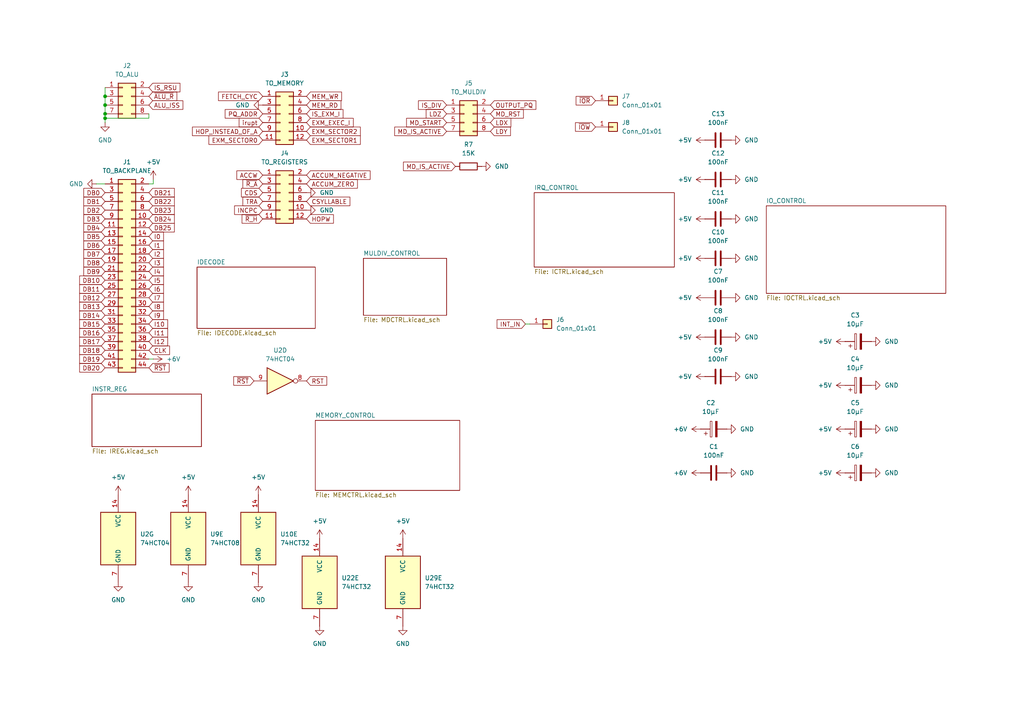
<source format=kicad_sch>
(kicad_sch (version 20250114) (generator "eeschema") (generator_version "9.0")
  (paper "A4")
  (lib_symbols
    (symbol "74xx:74HC04"
      (property "Reference" "U" (at 0 1.27 0))
      (property "Value" "74HC04" (at 0 -1.27 0))
      (symbol "74HC04_1_0"
        (pin input line (at -7.62 0 0) (length 3.81) (name "~") (number "1"))
        (pin output inverted (at 7.62 0 180) (length 3.81) (name "~") (number "2"))
      )
      (symbol "74HC04_2_0"
        (pin input line (at -7.62 0 0) (length 3.81) (name "~") (number "3"))
        (pin output inverted (at 7.62 0 180) (length 3.81) (name "~") (number "4"))
      )
      (symbol "74HC04_3_0"
        (pin input line (at -7.62 0 0) (length 3.81) (name "~") (number "5"))
        (pin output inverted (at 7.62 0 180) (length 3.81) (name "~") (number "6"))
      )
      (symbol "74HC04_4_0"
        (pin input line (at -7.62 0 0) (length 3.81) (name "~") (number "9"))
        (pin output inverted (at 7.62 0 180) (length 3.81) (name "~") (number "8"))
      )
      (symbol "74HC04_5_0"
        (pin input line (at -7.62 0 0) (length 3.81) (name "~") (number "11"))
        (pin output inverted (at 7.62 0 180) (length 3.81) (name "~") (number "10"))
      )
      (symbol "74HC04_6_0"
        (pin input line (at -7.62 0 0) (length 3.81) (name "~") (number "13"))
        (pin output inverted (at 7.62 0 180) (length 3.81) (name "~") (number "12"))
      )
      (symbol "74HC04_7_0"
        (pin power_in line (at 0 12.7 270) (length 5.08) (name "VCC") (number "14"))
        (pin power_in line (at 0 -12.7 90) (length 5.08) (name "GND") (number "7"))
      )
    )
    (symbol "74xx:74LS08" (pin_names (offset 1.016))
      (property "Reference" "U" (at 0 1.27 0))
      (property "Value" "74LS08" (at 0 -1.27 0))
      (symbol "74LS08_1_1"
        (pin input line (at -7.62 2.54 0) (length 3.81) (name "~") (number "1"))
        (pin input line (at -7.62 -2.54 0) (length 3.81) (name "~") (number "2"))
        (pin output line (at 7.62 0 180) (length 3.81) (name "~") (number "3"))
      )
      (symbol "74LS08_1_2"
        (pin input inverted (at -7.62 2.54 0) (length 4.318) (name "~") (number "1"))
        (pin input inverted (at -7.62 -2.54 0) (length 4.318) (name "~") (number "2"))
        (pin output inverted (at 7.62 0 180) (length 3.81) (name "~") (number "3"))
      )
      (symbol "74LS08_2_1"
        (pin input line (at -7.62 2.54 0) (length 3.81) (name "~") (number "4"))
        (pin input line (at -7.62 -2.54 0) (length 3.81) (name "~") (number "5"))
        (pin output line (at 7.62 0 180) (length 3.81) (name "~") (number "6"))
      )
      (symbol "74LS08_2_2"
        (pin input inverted (at -7.62 2.54 0) (length 4.318) (name "~") (number "4"))
        (pin input inverted (at -7.62 -2.54 0) (length 4.318) (name "~") (number "5"))
        (pin output inverted (at 7.62 0 180) (length 3.81) (name "~") (number "6"))
      )
      (symbol "74LS08_3_1"
        (pin input line (at -7.62 2.54 0) (length 3.81) (name "~") (number "9"))
        (pin input line (at -7.62 -2.54 0) (length 3.81) (name "~") (number "10"))
        (pin output line (at 7.62 0 180) (length 3.81) (name "~") (number "8"))
      )
      (symbol "74LS08_3_2"
        (pin input inverted (at -7.62 2.54 0) (length 4.318) (name "~") (number "9"))
        (pin input inverted (at -7.62 -2.54 0) (length 4.318) (name "~") (number "10"))
        (pin output inverted (at 7.62 0 180) (length 3.81) (name "~") (number "8"))
      )
      (symbol "74LS08_4_1"
        (pin input line (at -7.62 2.54 0) (length 3.81) (name "~") (number "12"))
        (pin input line (at -7.62 -2.54 0) (length 3.81) (name "~") (number "13"))
        (pin output line (at 7.62 0 180) (length 3.81) (name "~") (number "11"))
      )
      (symbol "74LS08_4_2"
        (pin input inverted (at -7.62 2.54 0) (length 4.318) (name "~") (number "12"))
        (pin input inverted (at -7.62 -2.54 0) (length 4.318) (name "~") (number "13"))
        (pin output inverted (at 7.62 0 180) (length 3.81) (name "~") (number "11"))
      )
      (symbol "74LS08_5_0"
        (pin power_in line (at 0 12.7 270) (length 5.08) (name "VCC") (number "14"))
        (pin power_in line (at 0 -12.7 90) (length 5.08) (name "GND") (number "7"))
      )
    )
    (symbol "74xx:74LS32" (pin_names (offset 1.016))
      (property "Reference" "U" (at 0 1.27 0))
      (property "Value" "74LS32" (at 0 -1.27 0))
      (symbol "74LS32_1_1"
        (pin input line (at -7.62 2.54 0) (length 4.318) (name "~") (number "1"))
        (pin input line (at -7.62 -2.54 0) (length 4.318) (name "~") (number "2"))
        (pin output line (at 7.62 0 180) (length 3.81) (name "~") (number "3"))
      )
      (symbol "74LS32_1_2"
        (pin input inverted (at -7.62 2.54 0) (length 3.81) (name "~") (number "1"))
        (pin input inverted (at -7.62 -2.54 0) (length 3.81) (name "~") (number "2"))
        (pin output inverted (at 7.62 0 180) (length 3.81) (name "~") (number "3"))
      )
      (symbol "74LS32_2_1"
        (pin input line (at -7.62 2.54 0) (length 4.318) (name "~") (number "4"))
        (pin input line (at -7.62 -2.54 0) (length 4.318) (name "~") (number "5"))
        (pin output line (at 7.62 0 180) (length 3.81) (name "~") (number "6"))
      )
      (symbol "74LS32_2_2"
        (pin input inverted (at -7.62 2.54 0) (length 3.81) (name "~") (number "4"))
        (pin input inverted (at -7.62 -2.54 0) (length 3.81) (name "~") (number "5"))
        (pin output inverted (at 7.62 0 180) (length 3.81) (name "~") (number "6"))
      )
      (symbol "74LS32_3_1"
        (pin input line (at -7.62 2.54 0) (length 4.318) (name "~") (number "9"))
        (pin input line (at -7.62 -2.54 0) (length 4.318) (name "~") (number "10"))
        (pin output line (at 7.62 0 180) (length 3.81) (name "~") (number "8"))
      )
      (symbol "74LS32_3_2"
        (pin input inverted (at -7.62 2.54 0) (length 3.81) (name "~") (number "9"))
        (pin input inverted (at -7.62 -2.54 0) (length 3.81) (name "~") (number "10"))
        (pin output inverted (at 7.62 0 180) (length 3.81) (name "~") (number "8"))
      )
      (symbol "74LS32_4_1"
        (pin input line (at -7.62 2.54 0) (length 4.318) (name "~") (number "12"))
        (pin input line (at -7.62 -2.54 0) (length 4.318) (name "~") (number "13"))
        (pin output line (at 7.62 0 180) (length 3.81) (name "~") (number "11"))
      )
      (symbol "74LS32_4_2"
        (pin input inverted (at -7.62 2.54 0) (length 3.81) (name "~") (number "12"))
        (pin input inverted (at -7.62 -2.54 0) (length 3.81) (name "~") (number "13"))
        (pin output inverted (at 7.62 0 180) (length 3.81) (name "~") (number "11"))
      )
      (symbol "74LS32_5_0"
        (pin power_in line (at 0 12.7 270) (length 5.08) (name "VCC") (number "14"))
        (pin power_in line (at 0 -12.7 90) (length 5.08) (name "GND") (number "7"))
      )
    )
    (symbol "Connector_Generic:Conn_01x01" (pin_names (offset 1.016) (hide yes))
      (property "Reference" "J" (at 0 2.54 0))
      (property "Value" "Conn_01x01" (at 0 -2.54 0))
      (symbol "Conn_01x01_1_1"
        (pin passive line (at -5.08 0 0) (length 3.81) (name "Pin_1") (number "1"))
      )
    )
    (symbol "Connector_Generic:Conn_02x04_Odd_Even" (pin_names (offset 1.016) (hide yes))
      (property "Reference" "J" (at 1.27 5.08 0))
      (property "Value" "Conn_02x04_Odd_Even" (at 1.27 -7.62 0))
      (symbol "Conn_02x04_Odd_Even_1_1"
        (pin passive line (at -5.08 2.54 0) (length 3.81) (name "Pin_1") (number "1"))
        (pin passive line (at -5.08 0 0) (length 3.81) (name "Pin_3") (number "3"))
        (pin passive line (at -5.08 -2.54 0) (length 3.81) (name "Pin_5") (number "5"))
        (pin passive line (at -5.08 -5.08 0) (length 3.81) (name "Pin_7") (number "7"))
        (pin passive line (at 7.62 2.54 180) (length 3.81) (name "Pin_2") (number "2"))
        (pin passive line (at 7.62 0 180) (length 3.81) (name "Pin_4") (number "4"))
        (pin passive line (at 7.62 -2.54 180) (length 3.81) (name "Pin_6") (number "6"))
        (pin passive line (at 7.62 -5.08 180) (length 3.81) (name "Pin_8") (number "8"))
      )
    )
    (symbol "Connector_Generic:Conn_02x06_Odd_Even" (pin_names (offset 1.016) (hide yes))
      (property "Reference" "J" (at 1.27 7.62 0))
      (property "Value" "Conn_02x06_Odd_Even" (at 1.27 -10.16 0))
      (symbol "Conn_02x06_Odd_Even_1_1"
        (pin passive line (at -5.08 5.08 0) (length 3.81) (name "Pin_1") (number "1"))
        (pin passive line (at -5.08 2.54 0) (length 3.81) (name "Pin_3") (number "3"))
        (pin passive line (at -5.08 0 0) (length 3.81) (name "Pin_5") (number "5"))
        (pin passive line (at -5.08 -2.54 0) (length 3.81) (name "Pin_7") (number "7"))
        (pin passive line (at -5.08 -5.08 0) (length 3.81) (name "Pin_9") (number "9"))
        (pin passive line (at -5.08 -7.62 0) (length 3.81) (name "Pin_11") (number "11"))
        (pin passive line (at 7.62 5.08 180) (length 3.81) (name "Pin_2") (number "2"))
        (pin passive line (at 7.62 2.54 180) (length 3.81) (name "Pin_4") (number "4"))
        (pin passive line (at 7.62 0 180) (length 3.81) (name "Pin_6") (number "6"))
        (pin passive line (at 7.62 -2.54 180) (length 3.81) (name "Pin_8") (number "8"))
        (pin passive line (at 7.62 -5.08 180) (length 3.81) (name "Pin_10") (number "10"))
        (pin passive line (at 7.62 -7.62 180) (length 3.81) (name "Pin_12") (number "12"))
      )
    )
    (symbol "Connector_Generic:Conn_02x22_Odd_Even" (pin_names (offset 1.016) (hide yes))
      (property "Reference" "J" (at 1.27 27.94 0))
      (property "Value" "Conn_02x22_Odd_Even" (at 1.27 -30.48 0))
      (symbol "Conn_02x22_Odd_Even_1_1"
        (pin passive line (at -5.08 25.4 0) (length 3.81) (name "Pin_1") (number "1"))
        (pin passive line (at -5.08 22.86 0) (length 3.81) (name "Pin_3") (number "3"))
        (pin passive line (at -5.08 20.32 0) (length 3.81) (name "Pin_5") (number "5"))
        (pin passive line (at -5.08 17.78 0) (length 3.81) (name "Pin_7") (number "7"))
        (pin passive line (at -5.08 15.24 0) (length 3.81) (name "Pin_9") (number "9"))
        (pin passive line (at -5.08 12.7 0) (length 3.81) (name "Pin_11") (number "11"))
        (pin passive line (at -5.08 10.16 0) (length 3.81) (name "Pin_13") (number "13"))
        (pin passive line (at -5.08 7.62 0) (length 3.81) (name "Pin_15") (number "15"))
        (pin passive line (at -5.08 5.08 0) (length 3.81) (name "Pin_17") (number "17"))
        (pin passive line (at -5.08 2.54 0) (length 3.81) (name "Pin_19") (number "19"))
        (pin passive line (at -5.08 0 0) (length 3.81) (name "Pin_21") (number "21"))
        (pin passive line (at -5.08 -2.54 0) (length 3.81) (name "Pin_23") (number "23"))
        (pin passive line (at -5.08 -5.08 0) (length 3.81) (name "Pin_25") (number "25"))
        (pin passive line (at -5.08 -7.62 0) (length 3.81) (name "Pin_27") (number "27"))
        (pin passive line (at -5.08 -10.16 0) (length 3.81) (name "Pin_29") (number "29"))
        (pin passive line (at -5.08 -12.7 0) (length 3.81) (name "Pin_31") (number "31"))
        (pin passive line (at -5.08 -15.24 0) (length 3.81) (name "Pin_33") (number "33"))
        (pin passive line (at -5.08 -17.78 0) (length 3.81) (name "Pin_35") (number "35"))
        (pin passive line (at -5.08 -20.32 0) (length 3.81) (name "Pin_37") (number "37"))
        (pin passive line (at -5.08 -22.86 0) (length 3.81) (name "Pin_39") (number "39"))
        (pin passive line (at -5.08 -25.4 0) (length 3.81) (name "Pin_41") (number "41"))
        (pin passive line (at -5.08 -27.94 0) (length 3.81) (name "Pin_43") (number "43"))
        (pin passive line (at 7.62 25.4 180) (length 3.81) (name "Pin_2") (number "2"))
        (pin passive line (at 7.62 22.86 180) (length 3.81) (name "Pin_4") (number "4"))
        (pin passive line (at 7.62 20.32 180) (length 3.81) (name "Pin_6") (number "6"))
        (pin passive line (at 7.62 17.78 180) (length 3.81) (name "Pin_8") (number "8"))
        (pin passive line (at 7.62 15.24 180) (length 3.81) (name "Pin_10") (number "10"))
        (pin passive line (at 7.62 12.7 180) (length 3.81) (name "Pin_12") (number "12"))
        (pin passive line (at 7.62 10.16 180) (length 3.81) (name "Pin_14") (number "14"))
        (pin passive line (at 7.62 7.62 180) (length 3.81) (name "Pin_16") (number "16"))
        (pin passive line (at 7.62 5.08 180) (length 3.81) (name "Pin_18") (number "18"))
        (pin passive line (at 7.62 2.54 180) (length 3.81) (name "Pin_20") (number "20"))
        (pin passive line (at 7.62 0 180) (length 3.81) (name "Pin_22") (number "22"))
        (pin passive line (at 7.62 -2.54 180) (length 3.81) (name "Pin_24") (number "24"))
        (pin passive line (at 7.62 -5.08 180) (length 3.81) (name "Pin_26") (number "26"))
        (pin passive line (at 7.62 -7.62 180) (length 3.81) (name "Pin_28") (number "28"))
        (pin passive line (at 7.62 -10.16 180) (length 3.81) (name "Pin_30") (number "30"))
        (pin passive line (at 7.62 -12.7 180) (length 3.81) (name "Pin_32") (number "32"))
        (pin passive line (at 7.62 -15.24 180) (length 3.81) (name "Pin_34") (number "34"))
        (pin passive line (at 7.62 -17.78 180) (length 3.81) (name "Pin_36") (number "36"))
        (pin passive line (at 7.62 -20.32 180) (length 3.81) (name "Pin_38") (number "38"))
        (pin passive line (at 7.62 -22.86 180) (length 3.81) (name "Pin_40") (number "40"))
        (pin passive line (at 7.62 -25.4 180) (length 3.81) (name "Pin_42") (number "42"))
        (pin passive line (at 7.62 -27.94 180) (length 3.81) (name "Pin_44") (number "44"))
      )
    )
    (symbol "Device:C" (pin_numbers (hide yes)) (pin_names (offset 0.254))
      (property "Reference" "C" (at 0.635 2.54 0))
      (property "Value" "C" (at 0.635 -2.54 0))
      (symbol "C_1_1"
        (pin passive line (at 0 3.81 270) (length 2.794) (name "~") (number "1"))
        (pin passive line (at 0 -3.81 90) (length 2.794) (name "~") (number "2"))
      )
    )
    (symbol "Device:C_Polarized" (pin_numbers (hide yes)) (pin_names (offset 0.254))
      (property "Reference" "C" (at 0.635 2.54 0))
      (property "Value" "C_Polarized" (at 0.635 -2.54 0))
      (symbol "C_Polarized_1_1"
        (pin passive line (at 0 3.81 270) (length 2.794) (name "~") (number "1"))
        (pin passive line (at 0 -3.81 90) (length 2.794) (name "~") (number "2"))
      )
    )
    (symbol "Device:R" (pin_numbers (hide yes)) (pin_names (offset 0))
      (property "Reference" "R" (at 2.032 0 90))
      (property "Value" "R" (at 0 0 90))
      (symbol "R_1_1"
        (pin passive line (at 0 3.81 270) (length 1.27) (name "~") (number "1"))
        (pin passive line (at 0 -3.81 90) (length 1.27) (name "~") (number "2"))
      )
    )
    (symbol "power:+5V" (power) (pin_numbers (hide yes)) (pin_names (offset 0) (hide yes))
      (property "Value" "+5V" (at 0 3.556 0))
      (symbol "+5V_1_1"
        (pin power_in line (at 0 0 90) (length 0) (name "~") (number "1"))
      )
    )
    (symbol "power:+6V" (power) (pin_numbers (hide yes)) (pin_names (offset 0) (hide yes))
      (property "Value" "+6V" (at 0 3.556 0))
      (symbol "+6V_1_1"
        (pin power_in line (at 0 0 90) (length 0) (name "~") (number "1"))
      )
    )
    (symbol "power:GND" (power) (pin_numbers (hide yes)) (pin_names (offset 0) (hide yes))
      (property "Value" "GND" (at 0 -3.81 0))
      (symbol "GND_1_1"
        (pin power_in line (at 0 0 270) (length 0) (name "~") (number "1"))
      )
    )
  )
  (junction (at 30.48 30.48))
  (junction (at 30.48 33.02))
  (junction (at 30.48 27.94))
  (junction (at 30.48 34.29))
  (wire (pts (xy 27.94 53.34) (xy 30.48 53.34)))
  (wire (pts (xy 43.18 34.29) (xy 30.48 34.29)))
  (wire (pts (xy 30.48 27.94) (xy 30.48 30.48)))
  (wire (pts (xy 30.48 25.4) (xy 30.48 27.94)))
  (wire (pts (xy 43.18 104.14) (xy 44.45 104.14)))
  (wire (pts (xy 30.48 34.29) (xy 30.48 35.56)))
  (wire (pts (xy 30.48 30.48) (xy 30.48 33.02)))
  (wire (pts (xy 30.48 33.02) (xy 30.48 34.29)))
  (wire (pts (xy 44.45 52.07) (xy 44.45 53.34)))
  (wire (pts (xy 43.18 33.02) (xy 43.18 34.29)))
  (wire (pts (xy 152.4 93.98) (xy 153.67 93.98)))
  (wire (pts (xy 44.45 53.34) (xy 43.18 53.34)))
  (global_label "IS_EXM_I" (shape input) (at 88.9 33.02 0) (property "Intersheetrefs" "${INTERSHEET_REFS}" (effects (hide yes))))
  (global_label "IS_RSU" (shape input) (at 43.18 25.4 0) (property "Intersheetrefs" "${INTERSHEET_REFS}" (effects (hide yes))))
  (global_label "MEM_RD" (shape input) (at 88.9 30.48 0) (property "Intersheetrefs" "${INTERSHEET_REFS}" (effects (hide yes))))
  (global_label "MD_IS_ACTIVE" (shape input) (at 129.54 38.1 180) (property "Intersheetrefs" "${INTERSHEET_REFS}" (effects (hide yes))))
  (global_label "EXM_SECTOR0" (shape input) (at 76.2 40.64 180) (property "Intersheetrefs" "${INTERSHEET_REFS}" (effects (hide yes))))
  (global_label "RST" (shape input) (at 88.9 110.49 0) (property "Intersheetrefs" "${INTERSHEET_REFS}" (effects (hide yes))))
  (global_label "I4" (shape input) (at 43.18 78.74 0) (property "Intersheetrefs" "${INTERSHEET_REFS}" (effects (hide yes))))
  (global_label "I2" (shape input) (at 43.18 73.66 0) (property "Intersheetrefs" "${INTERSHEET_REFS}" (effects (hide yes))))
  (global_label "DB11" (shape input) (at 30.48 83.82 180) (property "Intersheetrefs" "${INTERSHEET_REFS}" (effects (hide yes))))
  (global_label "~{R_A}" (shape input) (at 76.2 53.34 180) (property "Intersheetrefs" "${INTERSHEET_REFS}" (effects (hide yes))))
  (global_label "DB23" (shape input) (at 43.18 60.96 0) (property "Intersheetrefs" "${INTERSHEET_REFS}" (effects (hide yes))))
  (global_label "DB9" (shape input) (at 30.48 78.74 180) (property "Intersheetrefs" "${INTERSHEET_REFS}" (effects (hide yes))))
  (global_label "DB25" (shape input) (at 43.18 66.04 0) (property "Intersheetrefs" "${INTERSHEET_REFS}" (effects (hide yes))))
  (global_label "ACCW" (shape input) (at 76.2 50.8 180) (property "Intersheetrefs" "${INTERSHEET_REFS}" (effects (hide yes))))
  (global_label "I7" (shape input) (at 43.18 86.36 0) (property "Intersheetrefs" "${INTERSHEET_REFS}" (effects (hide yes))))
  (global_label "DB6" (shape input) (at 30.48 71.12 180) (property "Intersheetrefs" "${INTERSHEET_REFS}" (effects (hide yes))))
  (global_label "LDZ" (shape input) (at 129.54 33.02 180) (property "Intersheetrefs" "${INTERSHEET_REFS}" (effects (hide yes))))
  (global_label "~{RST}" (shape input) (at 73.66 110.49 180) (property "Intersheetrefs" "${INTERSHEET_REFS}" (effects (hide yes))))
  (global_label "EXM_SECTOR2" (shape input) (at 88.9 38.1 0) (property "Intersheetrefs" "${INTERSHEET_REFS}" (effects (hide yes))))
  (global_label "I8" (shape input) (at 43.18 88.9 0) (property "Intersheetrefs" "${INTERSHEET_REFS}" (effects (hide yes))))
  (global_label "DB1" (shape input) (at 30.48 58.42 180) (property "Intersheetrefs" "${INTERSHEET_REFS}" (effects (hide yes))))
  (global_label "I0" (shape input) (at 43.18 68.58 0) (property "Intersheetrefs" "${INTERSHEET_REFS}" (effects (hide yes))))
  (global_label "~{ALU_R}" (shape input) (at 43.18 27.94 0) (property "Intersheetrefs" "${INTERSHEET_REFS}" (effects (hide yes))))
  (global_label "ALU_ISS" (shape input) (at 43.18 30.48 0) (property "Intersheetrefs" "${INTERSHEET_REFS}" (effects (hide yes))))
  (global_label "DB8" (shape input) (at 30.48 76.2 180) (property "Intersheetrefs" "${INTERSHEET_REFS}" (effects (hide yes))))
  (global_label "irupt" (shape input) (at 76.2 35.56 180) (property "Intersheetrefs" "${INTERSHEET_REFS}" (effects (hide yes))))
  (global_label "OUTPUT_PQ" (shape input) (at 142.24 30.48 0) (property "Intersheetrefs" "${INTERSHEET_REFS}" (effects (hide yes))))
  (global_label "~{R_H}" (shape input) (at 76.2 63.5 180) (property "Intersheetrefs" "${INTERSHEET_REFS}" (effects (hide yes))))
  (global_label "DB10" (shape input) (at 30.48 81.28 180) (property "Intersheetrefs" "${INTERSHEET_REFS}" (effects (hide yes))))
  (global_label "DB22" (shape input) (at 43.18 58.42 0) (property "Intersheetrefs" "${INTERSHEET_REFS}" (effects (hide yes))))
  (global_label "I11" (shape input) (at 43.18 96.52 0) (property "Intersheetrefs" "${INTERSHEET_REFS}" (effects (hide yes))))
  (global_label "DB19" (shape input) (at 30.48 104.14 180) (property "Intersheetrefs" "${INTERSHEET_REFS}" (effects (hide yes))))
  (global_label "I3" (shape input) (at 43.18 76.2 0) (property "Intersheetrefs" "${INTERSHEET_REFS}" (effects (hide yes))))
  (global_label "MD_START" (shape input) (at 129.54 35.56 180) (property "Intersheetrefs" "${INTERSHEET_REFS}" (effects (hide yes))))
  (global_label "TRA" (shape input) (at 76.2 58.42 180) (property "Intersheetrefs" "${INTERSHEET_REFS}" (effects (hide yes))))
  (global_label "MD_IS_ACTIVE" (shape input) (at 132.08 48.26 180) (property "Intersheetrefs" "${INTERSHEET_REFS}" (effects (hide yes))))
  (global_label "DB20" (shape input) (at 30.48 106.68 180) (property "Intersheetrefs" "${INTERSHEET_REFS}" (effects (hide yes))))
  (global_label "DB12" (shape input) (at 30.48 86.36 180) (property "Intersheetrefs" "${INTERSHEET_REFS}" (effects (hide yes))))
  (global_label "~{RST}" (shape input) (at 43.18 106.68 0) (property "Intersheetrefs" "${INTERSHEET_REFS}" (effects (hide yes))))
  (global_label "I10" (shape input) (at 43.18 93.98 0) (property "Intersheetrefs" "${INTERSHEET_REFS}" (effects (hide yes))))
  (global_label "DB4" (shape input) (at 30.48 66.04 180) (property "Intersheetrefs" "${INTERSHEET_REFS}" (effects (hide yes))))
  (global_label "ACCUM_NEGATIVE" (shape input) (at 88.9 50.8 0) (property "Intersheetrefs" "${INTERSHEET_REFS}" (effects (hide yes))))
  (global_label "DB5" (shape input) (at 30.48 68.58 180) (property "Intersheetrefs" "${INTERSHEET_REFS}" (effects (hide yes))))
  (global_label "LDY" (shape input) (at 142.24 38.1 0) (property "Intersheetrefs" "${INTERSHEET_REFS}" (effects (hide yes))))
  (global_label "CSYLLABLE" (shape input) (at 88.9 58.42 0) (property "Intersheetrefs" "${INTERSHEET_REFS}" (effects (hide yes))))
  (global_label "DB21" (shape input) (at 43.18 55.88 0) (property "Intersheetrefs" "${INTERSHEET_REFS}" (effects (hide yes))))
  (global_label "I5" (shape input) (at 43.18 81.28 0) (property "Intersheetrefs" "${INTERSHEET_REFS}" (effects (hide yes))))
  (global_label "I6" (shape input) (at 43.18 83.82 0) (property "Intersheetrefs" "${INTERSHEET_REFS}" (effects (hide yes))))
  (global_label "~{IOW}" (shape input) (at 172.72 36.83 180) (property "Intersheetrefs" "${INTERSHEET_REFS}" (effects (hide yes))))
  (global_label "DB16" (shape input) (at 30.48 96.52 180) (property "Intersheetrefs" "${INTERSHEET_REFS}" (effects (hide yes))))
  (global_label "I12" (shape input) (at 43.18 99.06 0) (property "Intersheetrefs" "${INTERSHEET_REFS}" (effects (hide yes))))
  (global_label "DB7" (shape input) (at 30.48 73.66 180) (property "Intersheetrefs" "${INTERSHEET_REFS}" (effects (hide yes))))
  (global_label "DB15" (shape input) (at 30.48 93.98 180) (property "Intersheetrefs" "${INTERSHEET_REFS}" (effects (hide yes))))
  (global_label "MD_RST" (shape input) (at 142.24 33.02 0) (property "Intersheetrefs" "${INTERSHEET_REFS}" (effects (hide yes))))
  (global_label "PQ_ADDR" (shape input) (at 76.2 33.02 180) (property "Intersheetrefs" "${INTERSHEET_REFS}" (effects (hide yes))))
  (global_label "CDS" (shape input) (at 76.2 55.88 180) (property "Intersheetrefs" "${INTERSHEET_REFS}" (effects (hide yes))))
  (global_label "HOP_INSTEAD_OF_A" (shape input) (at 76.2 38.1 180) (property "Intersheetrefs" "${INTERSHEET_REFS}" (effects (hide yes))))
  (global_label "DB0" (shape input) (at 30.48 55.88 180) (property "Intersheetrefs" "${INTERSHEET_REFS}" (effects (hide yes))))
  (global_label "HOPW" (shape input) (at 88.9 63.5 0) (property "Intersheetrefs" "${INTERSHEET_REFS}" (effects (hide yes))))
  (global_label "INCPC" (shape input) (at 76.2 60.96 180) (property "Intersheetrefs" "${INTERSHEET_REFS}" (effects (hide yes))))
  (global_label "DB3" (shape input) (at 30.48 63.5 180) (property "Intersheetrefs" "${INTERSHEET_REFS}" (effects (hide yes))))
  (global_label "MEM_WR" (shape input) (at 88.9 27.94 0) (property "Intersheetrefs" "${INTERSHEET_REFS}" (effects (hide yes))))
  (global_label "EXM_SECTOR1" (shape input) (at 88.9 40.64 0) (property "Intersheetrefs" "${INTERSHEET_REFS}" (effects (hide yes))))
  (global_label "ACCUM_ZERO" (shape input) (at 88.9 53.34 0) (property "Intersheetrefs" "${INTERSHEET_REFS}" (effects (hide yes))))
  (global_label "FETCH_CYC" (shape input) (at 76.2 27.94 180) (property "Intersheetrefs" "${INTERSHEET_REFS}" (effects (hide yes))))
  (global_label "DB14" (shape input) (at 30.48 91.44 180) (property "Intersheetrefs" "${INTERSHEET_REFS}" (effects (hide yes))))
  (global_label "DB18" (shape input) (at 30.48 101.6 180) (property "Intersheetrefs" "${INTERSHEET_REFS}" (effects (hide yes))))
  (global_label "LDX" (shape input) (at 142.24 35.56 0) (property "Intersheetrefs" "${INTERSHEET_REFS}" (effects (hide yes))))
  (global_label "IS_DIV" (shape input) (at 129.54 30.48 180) (property "Intersheetrefs" "${INTERSHEET_REFS}" (effects (hide yes))))
  (global_label "DB2" (shape input) (at 30.48 60.96 180) (property "Intersheetrefs" "${INTERSHEET_REFS}" (effects (hide yes))))
  (global_label "I1" (shape input) (at 43.18 71.12 0) (property "Intersheetrefs" "${INTERSHEET_REFS}" (effects (hide yes))))
  (global_label "~{IOR}" (shape input) (at 172.72 29.21 180) (property "Intersheetrefs" "${INTERSHEET_REFS}" (effects (hide yes))))
  (global_label "CLK" (shape input) (at 43.18 101.6 0) (property "Intersheetrefs" "${INTERSHEET_REFS}" (effects (hide yes))))
  (global_label "I9" (shape input) (at 43.18 91.44 0) (property "Intersheetrefs" "${INTERSHEET_REFS}" (effects (hide yes))))
  (global_label "INT_IN" (shape input) (at 152.4 93.98 180) (property "Intersheetrefs" "${INTERSHEET_REFS}" (effects (hide yes))))
  (global_label "EXM_EXEC_I" (shape input) (at 88.9 35.56 0) (property "Intersheetrefs" "${INTERSHEET_REFS}" (effects (hide yes))))
  (global_label "DB24" (shape input) (at 43.18 63.5 0) (property "Intersheetrefs" "${INTERSHEET_REFS}" (effects (hide yes))))
  (global_label "DB17" (shape input) (at 30.48 99.06 180) (property "Intersheetrefs" "${INTERSHEET_REFS}" (effects (hide yes))))
  (global_label "DB13" (shape input) (at 30.48 88.9 180) (property "Intersheetrefs" "${INTERSHEET_REFS}" (effects (hide yes))))
  (symbol (lib_id "power:GND") (at 212.09 97.79 90) (unit 1)
    (property "Reference" "#PWR0177" (effects (hide yes)))
    (property "Value" "GND" (at 215.9 97.7899 90) (effects (justify right)))
    (property "Description" "Power symbol creates a global label with name \"GND\" , ground" (effects (hide yes)))
  )
  (symbol (lib_id "Device:C_Polarized") (at 248.92 137.16 90) (unit 1)
    (property "Reference" "C6" (at 248.031 129.54 90))
    (property "Value" "10µF" (at 248.031 132.08 90))
    (property "Footprint" "Capacitor_THT:CP_Radial_D4.0mm_P2.00mm" (effects (hide yes)))
    (property "Description" "Polarized capacitor" (effects (hide yes)))
  )
  (symbol (lib_id "power:GND") (at 27.94 53.34 270) (unit 1)
    (property "Reference" "#PWR01" (effects (hide yes)))
    (property "Value" "GND" (at 24.13 53.3399 90) (effects (justify right)))
    (property "Description" "Power symbol creates a global label with name \"GND\" , ground" (effects (hide yes)))
  )
  (symbol (lib_id "power:GND") (at 212.09 63.5 90) (unit 1)
    (property "Reference" "#PWR0174" (effects (hide yes)))
    (property "Value" "GND" (at 215.9 63.4999 90) (effects (justify right)))
    (property "Description" "Power symbol creates a global label with name \"GND\" , ground" (effects (hide yes)))
  )
  (symbol (lib_id "power:GND") (at 34.29 168.91 0) (unit 1)
    (property "Reference" "#PWR010" (effects (hide yes)))
    (property "Value" "GND" (at 34.29 173.99 0))
    (property "Description" "Power symbol creates a global label with name \"GND\" , ground" (effects (hide yes)))
  )
  (symbol (lib_id "Device:C_Polarized") (at 248.92 111.76 90) (unit 1)
    (property "Reference" "C4" (at 248.031 104.14 90))
    (property "Value" "10µF" (at 248.031 106.68 90))
    (property "Footprint" "Capacitor_THT:CP_Radial_D4.0mm_P2.00mm" (effects (hide yes)))
    (property "Description" "Polarized capacitor" (effects (hide yes)))
  )
  (symbol (lib_id "Device:C_Polarized") (at 207.01 124.46 90) (unit 1)
    (property "Reference" "C2" (at 206.121 116.84 90))
    (property "Value" "10µF" (at 206.121 119.38 90))
    (property "Footprint" "Capacitor_THT:CP_Radial_D4.0mm_P2.00mm" (effects (hide yes)))
    (property "Description" "Polarized capacitor" (effects (hide yes)))
  )
  (symbol (lib_id "Connector_Generic:Conn_02x06_Odd_Even") (at 81.28 33.02 0) (unit 1)
    (property "Reference" "J3" (at 82.55 21.59 0))
    (property "Value" "TO_MEMORY" (at 82.55 24.13 0))
    (property "Footprint" "Connector_PinHeader_2.54mm:PinHeader_2x06_P2.54mm_Vertical" (effects (hide yes)))
    (property "Description" "Generic connector, double row, 02x06, odd/even pin numbering scheme (row 1 odd numbers, row 2 even numbers), script generated (kicad-library-utils/schlib/autogen/connector/)" (effects (hide yes)))
    (property "VerilogModulePort" "1, 2, 4, 5, 6, 7, 8, 9, 10, 11, 12" (effects (hide yes)))
  )
  (symbol (lib_id "power:GND") (at 212.09 52.07 90) (unit 1)
    (property "Reference" "#PWR0180" (effects (hide yes)))
    (property "Value" "GND" (at 215.9 52.0699 90) (effects (justify right)))
    (property "Description" "Power symbol creates a global label with name \"GND\" , ground" (effects (hide yes)))
  )
  (symbol (lib_id "power:GND") (at 252.73 137.16 90) (unit 1)
    (property "Reference" "#PWR0168" (effects (hide yes)))
    (property "Value" "GND" (at 256.54 137.1599 90) (effects (justify right)))
    (property "Description" "Power symbol creates a global label with name \"GND\" , ground" (effects (hide yes)))
  )
  (symbol (lib_id "Connector_Generic:Conn_01x01") (at 177.8 36.83 0) (unit 1)
    (property "Reference" "J8" (at 180.34 35.5599 0) (effects (justify left)))
    (property "Value" "Conn_01x01" (at 180.34 38.0999 0) (effects (justify left)))
    (property "Footprint" "Connector_PinHeader_2.54mm:PinHeader_1x01_P2.54mm_Vertical" (effects (hide yes)))
    (property "Description" "Generic connector, single row, 01x01, script generated (kicad-library-utils/schlib/autogen/connector/)" (effects (hide yes)))
    (property "VerilogModulePort" "1" (effects (hide yes)))
  )
  (symbol (lib_id "Device:C") (at 207.01 137.16 90) (unit 1)
    (property "Reference" "C1" (at 207.01 129.54 90))
    (property "Value" "100nF" (at 207.01 132.08 90))
    (property "Footprint" "Capacitor_SMD:C_0805_2012Metric_Pad1.18x1.45mm_HandSolder" (effects (hide yes)))
  )
  (symbol (lib_id "power:GND") (at 252.73 99.06 90) (unit 1)
    (property "Reference" "#PWR0162" (effects (hide yes)))
    (property "Value" "GND" (at 256.54 99.0599 90) (effects (justify right)))
    (property "Description" "Power symbol creates a global label with name \"GND\" , ground" (effects (hide yes)))
  )
  (symbol (lib_id "Device:C") (at 208.28 63.5 90) (unit 1)
    (property "Reference" "C11" (at 208.28 55.88 90))
    (property "Value" "100nF" (at 208.28 58.42 90))
    (property "Footprint" "Capacitor_SMD:C_0805_2012Metric_Pad1.18x1.45mm_HandSolder" (effects (hide yes)))
  )
  (symbol (lib_id "power:GND") (at 30.48 35.56 0) (unit 1)
    (property "Reference" "#PWR04" (effects (hide yes)))
    (property "Value" "GND" (at 30.48 40.64 0))
    (property "Description" "Power symbol creates a global label with name \"GND\" , ground" (effects (hide yes)))
  )
  (symbol (lib_id "power:+5V") (at 54.61 143.51 0) (unit 1)
    (property "Reference" "#PWR037" (effects (hide yes)))
    (property "Value" "+5V" (at 54.61 138.43 0))
    (property "Description" "Power symbol creates a global label with name \"+5V\"" (effects (hide yes)))
  )
  (symbol (lib_id "74xx:74LS32") (at 74.93 156.21 0) (unit 5)
    (property "Reference" "U10" (at 81.28 154.9399 0) (effects (justify left)))
    (property "Value" "74HCT32" (at 81.28 157.4799 0) (effects (justify left)))
    (property "Footprint" "Package_SO:SO-14_3.9x8.65mm_P1.27mm" (effects (hide yes)))
    (property "Datasheet" "http://www.ti.com/lit/gpn/sn74LS32" (effects (hide yes)))
    (property "Description" "Quad 2-input OR" (effects (hide yes)))
    (property "VerilogCode" "ttl_74hct32 U10(_1, _2, _3, _4, _5, _6, _9, _10, _8, _12, _13, _11);" (effects (hide yes)))
  )
  (symbol (lib_id "power:+6V") (at 203.2 124.46 90) (unit 1)
    (property "Reference" "#PWR0157" (effects (hide yes)))
    (property "Value" "+6V" (at 199.39 124.4599 90) (effects (justify left)))
    (property "Description" "Power symbol creates a global label with name \"+6V\"" (effects (hide yes)))
  )
  (symbol (lib_id "power:GND") (at 76.2 30.48 270) (unit 1)
    (property "Reference" "#PWR0141" (effects (hide yes)))
    (property "Value" "GND" (at 72.39 30.4799 90) (effects (justify right)))
    (property "Description" "Power symbol creates a global label with name \"GND\" , ground" (effects (hide yes)))
  )
  (symbol (lib_id "Connector_Generic:Conn_02x04_Odd_Even") (at 35.56 27.94 0) (unit 1)
    (property "Reference" "J2" (at 36.83 19.05 0))
    (property "Value" "TO_ALU" (at 36.83 21.59 0))
    (property "Footprint" "Connector_PinHeader_2.54mm:PinHeader_2x04_P2.54mm_Vertical" (effects (hide yes)))
    (property "Description" "Generic connector, double row, 02x04, odd/even pin numbering scheme (row 1 odd numbers, row 2 even numbers), script generated (kicad-library-utils/schlib/autogen/connector/)" (effects (hide yes)))
    (property "VerilogModulePort" "2, 4, 6" (effects (hide yes)))
  )
  (symbol (lib_id "power:+5V") (at 116.84 156.21 0) (unit 1)
    (property "Reference" "#PWR099" (effects (hide yes)))
    (property "Value" "+5V" (at 116.84 151.13 0))
    (property "Description" "Power symbol creates a global label with name \"+5V\"" (effects (hide yes)))
  )
  (symbol (lib_id "74xx:74HC04") (at 81.28 110.49 0) (unit 4)
    (property "Reference" "U2" (at 81.28 101.6 0))
    (property "Value" "74HCT04" (at 81.28 104.14 0))
    (property "Footprint" "Package_SO:SO-14_3.9x8.65mm_P1.27mm" (effects (hide yes)))
    (property "Datasheet" "https://assets.nexperia.com/documents/data-sheet/74HC_HCT04.pdf" (effects (hide yes)))
    (property "Description" "Hex Inverter" (effects (hide yes)))
    (property "VerilogCode" "ttl_74hct04 U2({_1, _3, _5, _9, _11, _13}, {_2, _4, _6, _8, _10, _12});" (effects (hide yes)))
  )
  (symbol (lib_id "power:GND") (at 92.71 181.61 0) (unit 1)
    (property "Reference" "#PWR078" (effects (hide yes)))
    (property "Value" "GND" (at 92.71 186.69 0))
    (property "Description" "Power symbol creates a global label with name \"GND\" , ground" (effects (hide yes)))
  )
  (symbol (lib_id "power:+5V") (at 245.11 137.16 90) (unit 1)
    (property "Reference" "#PWR0167" (effects (hide yes)))
    (property "Value" "+5V" (at 241.3 137.1599 90) (effects (justify left)))
    (property "Description" "Power symbol creates a global label with name \"+5V\"" (effects (hide yes)))
  )
  (symbol (lib_id "74xx:74LS08") (at 54.61 156.21 0) (unit 5)
    (property "Reference" "U9" (at 60.96 154.9399 0) (effects (justify left)))
    (property "Value" "74HCT08" (at 60.96 157.4799 0) (effects (justify left)))
    (property "Footprint" "Package_SO:SO-14_3.9x8.65mm_P1.27mm" (effects (hide yes)))
    (property "Datasheet" "http://www.ti.com/lit/gpn/sn74LS08" (effects (hide yes)))
    (property "Description" "Quad And2" (effects (hide yes)))
    (property "VerilogCode" "ttl_74hct08 U9(_1, _2, _3, _4, _5, _6, _9, _10, _8, _12, _13, _11);" (effects (hide yes)))
  )
  (symbol (lib_id "Connector_Generic:Conn_01x01") (at 177.8 29.21 0) (unit 1)
    (property "Reference" "J7" (at 180.34 27.9399 0) (effects (justify left)))
    (property "Value" "Conn_01x01" (at 180.34 30.4799 0) (effects (justify left)))
    (property "Footprint" "Connector_PinHeader_2.54mm:PinHeader_1x01_P2.54mm_Vertical" (effects (hide yes)))
    (property "Description" "Generic connector, single row, 01x01, script generated (kicad-library-utils/schlib/autogen/connector/)" (effects (hide yes)))
    (property "VerilogModulePort" "1" (effects (hide yes)))
  )
  (symbol (lib_id "Device:C") (at 208.28 52.07 90) (unit 1)
    (property "Reference" "C12" (at 208.28 44.45 90))
    (property "Value" "100nF" (at 208.28 46.99 90))
    (property "Footprint" "Capacitor_SMD:C_0805_2012Metric_Pad1.18x1.45mm_HandSolder" (effects (hide yes)))
  )
  (symbol (lib_id "power:GND") (at 212.09 109.22 90) (unit 1)
    (property "Reference" "#PWR0178" (effects (hide yes)))
    (property "Value" "GND" (at 215.9 109.2199 90) (effects (justify right)))
    (property "Description" "Power symbol creates a global label with name \"GND\" , ground" (effects (hide yes)))
  )
  (symbol (lib_id "power:GND") (at 210.82 124.46 90) (unit 1)
    (property "Reference" "#PWR0160" (effects (hide yes)))
    (property "Value" "GND" (at 214.63 124.4599 90) (effects (justify right)))
    (property "Description" "Power symbol creates a global label with name \"GND\" , ground" (effects (hide yes)))
  )
  (symbol (lib_id "power:GND") (at 212.09 86.36 90) (unit 1)
    (property "Reference" "#PWR0176" (effects (hide yes)))
    (property "Value" "GND" (at 215.9 86.3599 90) (effects (justify right)))
    (property "Description" "Power symbol creates a global label with name \"GND\" , ground" (effects (hide yes)))
  )
  (symbol (lib_id "power:+5V") (at 204.47 74.93 90) (unit 1)
    (property "Reference" "#PWR0170" (effects (hide yes)))
    (property "Value" "+5V" (at 200.66 74.9299 90) (effects (justify left)))
    (property "Description" "Power symbol creates a global label with name \"+5V\"" (effects (hide yes)))
  )
  (symbol (lib_id "Device:C") (at 208.28 40.64 90) (unit 1)
    (property "Reference" "C13" (at 208.28 33.02 90))
    (property "Value" "100nF" (at 208.28 35.56 90))
    (property "Footprint" "Capacitor_SMD:C_0805_2012Metric_Pad1.18x1.45mm_HandSolder" (effects (hide yes)))
  )
  (symbol (lib_id "power:GND") (at 116.84 181.61 0) (unit 1)
    (property "Reference" "#PWR0100" (effects (hide yes)))
    (property "Value" "GND" (at 116.84 186.69 0))
    (property "Description" "Power symbol creates a global label with name \"GND\" , ground" (effects (hide yes)))
  )
  (symbol (lib_id "74xx:74LS32") (at 92.71 168.91 0) (unit 5)
    (property "Reference" "U22" (at 99.06 167.6399 0) (effects (justify left)))
    (property "Value" "74HCT32" (at 99.06 170.1799 0) (effects (justify left)))
    (property "Footprint" "Package_SO:SO-14_3.9x8.65mm_P1.27mm" (effects (hide yes)))
    (property "Datasheet" "http://www.ti.com/lit/gpn/sn74LS32" (effects (hide yes)))
    (property "Description" "Quad 2-input OR" (effects (hide yes)))
    (property "VerilogCode" "ttl_74hct32 U22(_1, _2, _3, _4, _5, _6, _9, _10, _8, _12, _13, _11);" (effects (hide yes)))
  )
  (symbol (lib_id "power:+5V") (at 204.47 97.79 90) (unit 1)
    (property "Reference" "#PWR0172" (effects (hide yes)))
    (property "Value" "+5V" (at 200.66 97.7899 90) (effects (justify left)))
    (property "Description" "Power symbol creates a global label with name \"+5V\"" (effects (hide yes)))
  )
  (symbol (lib_id "power:+5V") (at 245.11 124.46 90) (unit 1)
    (property "Reference" "#PWR0165" (effects (hide yes)))
    (property "Value" "+5V" (at 241.3 124.4599 90) (effects (justify left)))
    (property "Description" "Power symbol creates a global label with name \"+5V\"" (effects (hide yes)))
  )
  (symbol (lib_id "Connector_Generic:Conn_02x06_Odd_Even") (at 81.28 55.88 0) (unit 1)
    (property "Reference" "J4" (at 82.55 44.45 0))
    (property "Value" "TO_REGISTERS" (at 82.55 46.99 0))
    (property "Footprint" "Connector_PinHeader_2.54mm:PinHeader_2x06_P2.54mm_Vertical" (effects (hide yes)))
    (property "Description" "Generic connector, double row, 02x06, odd/even pin numbering scheme (row 1 odd numbers, row 2 even numbers), script generated (kicad-library-utils/schlib/autogen/connector/)" (effects (hide yes)))
    (property "VerilogModulePort" "1, 2, 3, 4, 5, 6, 7, 8, 9, 10, 11, 12" (effects (hide yes)))
  )
  (symbol (lib_id "Connector_Generic:Conn_01x01") (at 158.75 93.98 0) (unit 1)
    (property "Reference" "J6" (at 161.29 92.7099 0) (effects (justify left)))
    (property "Value" "Conn_01x01" (at 161.29 95.2499 0) (effects (justify left)))
    (property "Footprint" "Connector_PinHeader_2.54mm:PinHeader_1x01_P2.54mm_Vertical" (effects (hide yes)))
    (property "Description" "Generic connector, single row, 01x01, script generated (kicad-library-utils/schlib/autogen/connector/)" (effects (hide yes)))
    (property "VerilogModulePort" "1" (effects (hide yes)))
  )
  (symbol (lib_id "power:GND") (at 88.9 60.96 90) (unit 1)
    (property "Reference" "#PWR0140" (effects (hide yes)))
    (property "Value" "GND" (at 92.71 60.9599 90) (effects (justify right)))
    (property "Description" "Power symbol creates a global label with name \"GND\" , ground" (effects (hide yes)))
  )
  (symbol (lib_id "power:GND") (at 252.73 111.76 90) (unit 1)
    (property "Reference" "#PWR0164" (effects (hide yes)))
    (property "Value" "GND" (at 256.54 111.7599 90) (effects (justify right)))
    (property "Description" "Power symbol creates a global label with name \"GND\" , ground" (effects (hide yes)))
  )
  (symbol (lib_id "power:+6V") (at 44.45 104.14 270) (unit 1)
    (property "Reference" "#PWR03" (effects (hide yes)))
    (property "Value" "+6V" (at 48.26 104.1399 90) (effects (justify left)))
    (property "Description" "Power symbol creates a global label with name \"+6V\"" (effects (hide yes)))
  )
  (symbol (lib_id "power:+5V") (at 245.11 111.76 90) (unit 1)
    (property "Reference" "#PWR0163" (effects (hide yes)))
    (property "Value" "+5V" (at 241.3 111.7599 90) (effects (justify left)))
    (property "Description" "Power symbol creates a global label with name \"+5V\"" (effects (hide yes)))
  )
  (symbol (lib_id "power:+5V") (at 204.47 86.36 90) (unit 1)
    (property "Reference" "#PWR0171" (effects (hide yes)))
    (property "Value" "+5V" (at 200.66 86.3599 90) (effects (justify left)))
    (property "Description" "Power symbol creates a global label with name \"+5V\"" (effects (hide yes)))
  )
  (symbol (lib_id "power:GND") (at 139.7 48.26 90) (unit 1)
    (property "Reference" "#PWR0103" (effects (hide yes)))
    (property "Value" "GND" (at 143.51 48.2599 90) (effects (justify right)))
    (property "Description" "Power symbol creates a global label with name \"GND\" , ground" (effects (hide yes)))
  )
  (symbol (lib_id "power:GND") (at 74.93 168.91 0) (unit 1)
    (property "Reference" "#PWR040" (effects (hide yes)))
    (property "Value" "GND" (at 74.93 173.99 0))
    (property "Description" "Power symbol creates a global label with name \"GND\" , ground" (effects (hide yes)))
  )
  (symbol (lib_id "Device:C") (at 208.28 109.22 90) (unit 1)
    (property "Reference" "C9" (at 208.28 101.6 90))
    (property "Value" "100nF" (at 208.28 104.14 90))
    (property "Footprint" "Capacitor_SMD:C_0805_2012Metric_Pad1.18x1.45mm_HandSolder" (effects (hide yes)))
  )
  (symbol (lib_id "Connector_Generic:Conn_02x22_Odd_Even") (at 35.56 78.74 0) (unit 1)
    (property "Reference" "J1" (at 36.83 46.99 0))
    (property "Value" "TO_BACKPLANE" (at 36.83 49.53 0))
    (property "Footprint" "Connector_PinHeader_2.54mm:PinHeader_2x22_P2.54mm_Vertical" (effects (hide yes)))
    (property "Description" "Generic connector, double row, 02x22, odd/even pin numbering scheme (row 1 odd numbers, row 2 even numbers), script generated (kicad-library-utils/schlib/autogen/connector/)" (effects (hide yes)))
    (property "VerilogModulePort" "3, 4, 5, 6, 7, 8, 9, 10, 11, 12, 13, 14, 15, 16, 17, 18, 19, 20, 21, 22, 23, 24, 25, 26, 27, 28, 29, 30, 31, 32, 33, 34, 35, 36, 37, 38, 39, 40, 41, 43, 44" (effects (hide yes)))
  )
  (symbol (lib_id "Device:R") (at 135.89 48.26 90) (unit 1)
    (property "Reference" "R7" (at 135.89 41.91 90))
    (property "Value" "15K" (at 135.89 44.45 90))
    (property "Footprint" "Resistor_SMD:R_1206_3216Metric_Pad1.30x1.75mm_HandSolder" (effects (hide yes)))
    (property "VerilogCode" "assign _1 = _2;" (effects (hide yes)))
  )
  (symbol (lib_id "power:GND") (at 212.09 74.93 90) (unit 1)
    (property "Reference" "#PWR0175" (effects (hide yes)))
    (property "Value" "GND" (at 215.9 74.9299 90) (effects (justify right)))
    (property "Description" "Power symbol creates a global label with name \"GND\" , ground" (effects (hide yes)))
  )
  (symbol (lib_id "Connector_Generic:Conn_02x04_Odd_Even") (at 134.62 33.02 0) (unit 1)
    (property "Reference" "J5" (at 135.89 24.13 0))
    (property "Value" "TO_MULDIV" (at 135.89 26.67 0))
    (property "Footprint" "Connector_PinHeader_2.54mm:PinHeader_2x04_P2.54mm_Vertical" (effects (hide yes)))
    (property "Description" "Generic connector, double row, 02x04, odd/even pin numbering scheme (row 1 odd numbers, row 2 even numbers), script generated (kicad-library-utils/schlib/autogen/connector/)" (effects (hide yes)))
    (property "VerilogModulePort" "1, 2, 3, 4, 5, 6, 7, 8" (effects (hide yes)))
  )
  (symbol (lib_id "74xx:74HC04") (at 34.29 156.21 0) (unit 7)
    (property "Reference" "U2" (at 40.64 154.9399 0) (effects (justify left)))
    (property "Value" "74HCT04" (at 40.64 157.4799 0) (effects (justify left)))
    (property "Footprint" "Package_SO:SO-14_3.9x8.65mm_P1.27mm" (effects (hide yes)))
    (property "Datasheet" "https://assets.nexperia.com/documents/data-sheet/74HC_HCT04.pdf" (effects (hide yes)))
    (property "Description" "Hex Inverter" (effects (hide yes)))
    (property "VerilogCode" "ttl_74hct04 U2({_1, _3, _5, _9, _11, _13}, {_2, _4, _6, _8, _10, _12});" (effects (hide yes)))
  )
  (symbol (lib_id "power:+6V") (at 203.2 137.16 90) (unit 1)
    (property "Reference" "#PWR0158" (effects (hide yes)))
    (property "Value" "+6V" (at 199.39 137.1599 90) (effects (justify left)))
    (property "Description" "Power symbol creates a global label with name \"+6V\"" (effects (hide yes)))
  )
  (symbol (lib_id "power:GND") (at 88.9 55.88 90) (unit 1)
    (property "Reference" "#PWR05" (effects (hide yes)))
    (property "Value" "GND" (at 92.71 55.8799 90) (effects (justify right)))
    (property "Description" "Power symbol creates a global label with name \"GND\" , ground" (effects (hide yes)))
  )
  (symbol (lib_id "Device:C") (at 208.28 97.79 90) (unit 1)
    (property "Reference" "C8" (at 208.28 90.17 90))
    (property "Value" "100nF" (at 208.28 92.71 90))
    (property "Footprint" "Capacitor_SMD:C_0805_2012Metric_Pad1.18x1.45mm_HandSolder" (effects (hide yes)))
  )
  (symbol (lib_id "power:+5V") (at 245.11 99.06 90) (unit 1)
    (property "Reference" "#PWR0161" (effects (hide yes)))
    (property "Value" "+5V" (at 241.3 99.0599 90) (effects (justify left)))
    (property "Description" "Power symbol creates a global label with name \"+5V\"" (effects (hide yes)))
  )
  (symbol (lib_id "74xx:74LS32") (at 116.84 168.91 0) (unit 5)
    (property "Reference" "U29" (at 123.19 167.6399 0) (effects (justify left)))
    (property "Value" "74HCT32" (at 123.19 170.1799 0) (effects (justify left)))
    (property "Footprint" "Package_SO:SO-14_3.9x8.65mm_P1.27mm" (effects (hide yes)))
    (property "Datasheet" "http://www.ti.com/lit/gpn/sn74LS32" (effects (hide yes)))
    (property "Description" "Quad 2-input OR" (effects (hide yes)))
    (property "VerilogCode" "ttl_74hct32 U29(_1, _2, _3, _4, _5, _6, _9, _10, _8, _12, _13, _11);" (effects (hide yes)))
  )
  (symbol (lib_id "Device:C") (at 208.28 86.36 90) (unit 1)
    (property "Reference" "C7" (at 208.28 78.74 90))
    (property "Value" "100nF" (at 208.28 81.28 90))
    (property "Footprint" "Capacitor_SMD:C_0805_2012Metric_Pad1.18x1.45mm_HandSolder" (effects (hide yes)))
  )
  (symbol (lib_id "power:GND") (at 212.09 40.64 90) (unit 1)
    (property "Reference" "#PWR0182" (effects (hide yes)))
    (property "Value" "GND" (at 215.9 40.6399 90) (effects (justify right)))
    (property "Description" "Power symbol creates a global label with name \"GND\" , ground" (effects (hide yes)))
  )
  (symbol (lib_id "power:+5V") (at 204.47 109.22 90) (unit 1)
    (property "Reference" "#PWR0173" (effects (hide yes)))
    (property "Value" "+5V" (at 200.66 109.2199 90) (effects (justify left)))
    (property "Description" "Power symbol creates a global label with name \"+5V\"" (effects (hide yes)))
  )
  (symbol (lib_id "power:+5V") (at 204.47 52.07 90) (unit 1)
    (property "Reference" "#PWR0179" (effects (hide yes)))
    (property "Value" "+5V" (at 200.66 52.0699 90) (effects (justify left)))
    (property "Description" "Power symbol creates a global label with name \"+5V\"" (effects (hide yes)))
  )
  (symbol (lib_id "power:+5V") (at 74.93 143.51 0) (unit 1)
    (property "Reference" "#PWR039" (effects (hide yes)))
    (property "Value" "+5V" (at 74.93 138.43 0))
    (property "Description" "Power symbol creates a global label with name \"+5V\"" (effects (hide yes)))
  )
  (symbol (lib_id "power:GND") (at 210.82 137.16 90) (unit 1)
    (property "Reference" "#PWR0159" (effects (hide yes)))
    (property "Value" "GND" (at 214.63 137.1599 90) (effects (justify right)))
    (property "Description" "Power symbol creates a global label with name \"GND\" , ground" (effects (hide yes)))
  )
  (symbol (lib_id "power:GND") (at 252.73 124.46 90) (unit 1)
    (property "Reference" "#PWR0166" (effects (hide yes)))
    (property "Value" "GND" (at 256.54 124.4599 90) (effects (justify right)))
    (property "Description" "Power symbol creates a global label with name \"GND\" , ground" (effects (hide yes)))
  )
  (symbol (lib_id "Device:C_Polarized") (at 248.92 124.46 90) (unit 1)
    (property "Reference" "C5" (at 248.031 116.84 90))
    (property "Value" "10µF" (at 248.031 119.38 90))
    (property "Footprint" "Capacitor_THT:CP_Radial_D4.0mm_P2.00mm" (effects (hide yes)))
    (property "Description" "Polarized capacitor" (effects (hide yes)))
  )
  (symbol (lib_id "power:+5V") (at 34.29 143.51 0) (unit 1)
    (property "Reference" "#PWR09" (effects (hide yes)))
    (property "Value" "+5V" (at 34.29 138.43 0))
    (property "Description" "Power symbol creates a global label with name \"+5V\"" (effects (hide yes)))
  )
  (symbol (lib_id "power:+5V") (at 204.47 63.5 90) (unit 1)
    (property "Reference" "#PWR0169" (effects (hide yes)))
    (property "Value" "+5V" (at 200.66 63.4999 90) (effects (justify left)))
    (property "Description" "Power symbol creates a global label with name \"+5V\"" (effects (hide yes)))
  )
  (symbol (lib_id "Device:C") (at 208.28 74.93 90) (unit 1)
    (property "Reference" "C10" (at 208.28 67.31 90))
    (property "Value" "100nF" (at 208.28 69.85 90))
    (property "Footprint" "Capacitor_SMD:C_0805_2012Metric_Pad1.18x1.45mm_HandSolder" (effects (hide yes)))
  )
  (symbol (lib_id "Device:C_Polarized") (at 248.92 99.06 90) (unit 1)
    (property "Reference" "C3" (at 248.031 91.44 90))
    (property "Value" "10µF" (at 248.031 93.98 90))
    (property "Footprint" "Capacitor_THT:CP_Radial_D4.0mm_P2.00mm" (effects (hide yes)))
    (property "Description" "Polarized capacitor" (effects (hide yes)))
  )
  (symbol (lib_id "power:+5V") (at 44.45 52.07 0) (unit 1)
    (property "Reference" "#PWR02" (effects (hide yes)))
    (property "Value" "+5V" (at 44.45 46.99 0))
    (property "Description" "Power symbol creates a global label with name \"+5V\"" (effects (hide yes)))
  )
  (symbol (lib_id "power:+5V") (at 204.47 40.64 90) (unit 1)
    (property "Reference" "#PWR0181" (effects (hide yes)))
    (property "Value" "+5V" (at 200.66 40.6399 90) (effects (justify left)))
    (property "Description" "Power symbol creates a global label with name \"+5V\"" (effects (hide yes)))
  )
  (symbol (lib_id "power:+5V") (at 92.71 156.21 0) (unit 1)
    (property "Reference" "#PWR077" (effects (hide yes)))
    (property "Value" "+5V" (at 92.71 151.13 0))
    (property "Description" "Power symbol creates a global label with name \"+5V\"" (effects (hide yes)))
  )
  (symbol (lib_id "power:GND") (at 54.61 168.91 0) (unit 1)
    (property "Reference" "#PWR038" (effects (hide yes)))
    (property "Value" "GND" (at 54.61 173.99 0))
    (property "Description" "Power symbol creates a global label with name \"GND\" , ground" (effects (hide yes)))
  )
  (sheet (at 154.94 55.88) (size 40.64 21.59) (stroke (width 0.1524))
    (property "Sheetname" "IRQ_CONTROL" (at 154.94 55.1684 0) (effects (justify left bottom)))
    (property "Sheetfile" "ICTRL.kicad_sch" (at 154.94 78.0546 0) (effects (justify left top)))
  )
  (sheet (at 91.44 121.92) (size 41.91 20.32) (stroke (width 0.1524))
    (property "Sheetname" "MEMORY_CONTROL" (at 91.44 121.2084 0) (effects (justify left bottom)))
    (property "Sheetfile" "MEMCTRL.kicad_sch" (at 91.44 142.8246 0) (effects (justify left top)))
  )
  (sheet (at 222.25 59.69) (size 52.07 25.4) (stroke (width 0.1524))
    (property "Sheetname" "IO_CONTROL" (at 222.25 58.9784 0) (effects (justify left bottom)))
    (property "Sheetfile" "IOCTRL.kicad_sch" (at 222.25 85.6746 0) (effects (justify left top)))
  )
  (sheet (at 26.67 114.3) (size 31.75 15.24) (stroke (width 0.1524))
    (property "Sheetname" "INSTR_REG" (at 26.67 113.5884 0) (effects (justify left bottom)))
    (property "Sheetfile" "IREG.kicad_sch" (at 26.67 130.1246 0) (effects (justify left top)))
  )
  (sheet (at 57.15 77.47) (size 34.29 17.78) (stroke (width 0.1524))
    (property "Sheetname" "IDECODE" (at 57.15 76.7584 0) (effects (justify left bottom)))
    (property "Sheetfile" "IDECODE.kicad_sch" (at 57.15 95.8346 0) (effects (justify left top)))
  )
  (sheet (at 105.41 74.93) (size 24.13 16.51) (stroke (width 0.1524))
    (property "Sheetname" "MULDIV_CONTROL" (at 105.41 74.2184 0) (effects (justify left bottom)))
    (property "Sheetfile" "MDCTRL.kicad_sch" (at 105.41 92.0246 0) (effects (justify left top)))
  )
)
</source>
